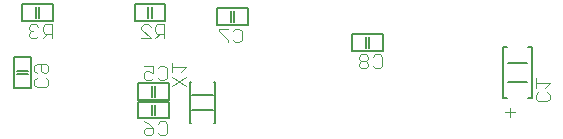
<source format=gbo>
G75*
%MOIN*%
%OFA0B0*%
%FSLAX24Y24*%
%IPPOS*%
%LPD*%
%AMOC8*
5,1,8,0,0,1.08239X$1,22.5*
%
%ADD10C,0.0050*%
%ADD11C,0.0040*%
D10*
X003904Y002668D02*
X004456Y002668D01*
X004456Y003692D01*
X003904Y003692D01*
X003904Y002668D01*
X004003Y003121D02*
X004357Y003121D01*
X004357Y003239D02*
X004003Y003239D01*
X008043Y002831D02*
X008043Y002279D01*
X009067Y002279D01*
X009067Y002831D01*
X008043Y002831D01*
X008496Y002732D02*
X008496Y002378D01*
X008614Y002378D02*
X008614Y002732D01*
X009767Y002849D02*
X009767Y001511D01*
X009786Y001511D01*
X009067Y001654D02*
X009067Y002206D01*
X008043Y002206D01*
X008043Y001654D01*
X009067Y001654D01*
X008614Y001753D02*
X008614Y002107D01*
X008496Y002107D02*
X008496Y001753D01*
X009845Y001924D02*
X010534Y001924D01*
X010574Y001511D02*
X010593Y001511D01*
X010593Y002849D01*
X010574Y002849D01*
X009786Y002849D02*
X009767Y002849D01*
X009845Y002436D02*
X010515Y002436D01*
X015168Y003904D02*
X015168Y004456D01*
X016192Y004456D01*
X016192Y003904D01*
X015168Y003904D01*
X015621Y004003D02*
X015621Y004357D01*
X015739Y004357D02*
X015739Y004003D01*
X011692Y004779D02*
X011692Y005331D01*
X010668Y005331D01*
X010668Y004779D01*
X011692Y004779D01*
X011239Y004878D02*
X011239Y005232D01*
X011121Y005232D02*
X011121Y004878D01*
X008942Y004904D02*
X008942Y005456D01*
X007918Y005456D01*
X007918Y004904D01*
X008942Y004904D01*
X008489Y005003D02*
X008489Y005357D01*
X008371Y005357D02*
X008371Y005003D01*
X005192Y004904D02*
X005192Y005456D01*
X004168Y005456D01*
X004168Y004904D01*
X005192Y004904D01*
X004739Y005003D02*
X004739Y005357D01*
X004621Y005357D02*
X004621Y005003D01*
X020208Y004046D02*
X020208Y002314D01*
X020326Y002314D01*
X021034Y002314D02*
X021152Y002314D01*
X021152Y004046D01*
X021034Y004046D01*
X020326Y004046D02*
X020208Y004046D01*
X020365Y003495D02*
X020995Y003495D01*
X020995Y002865D02*
X020365Y002865D01*
D11*
X021291Y002830D02*
X021751Y002830D01*
X021597Y002676D01*
X021291Y002676D02*
X021291Y002983D01*
X021367Y002523D02*
X021291Y002446D01*
X021291Y002292D01*
X021367Y002216D01*
X021674Y002216D01*
X021751Y002292D01*
X021751Y002446D01*
X021674Y002523D01*
X020430Y002007D02*
X020430Y001700D01*
X020277Y001853D02*
X020584Y001853D01*
X016160Y003402D02*
X016083Y003325D01*
X015930Y003325D01*
X015853Y003402D01*
X015700Y003402D02*
X015623Y003325D01*
X015469Y003325D01*
X015393Y003402D01*
X015393Y003478D01*
X015469Y003555D01*
X015623Y003555D01*
X015700Y003632D01*
X015700Y003709D01*
X015623Y003785D01*
X015469Y003785D01*
X015393Y003709D01*
X015393Y003632D01*
X015469Y003555D01*
X015623Y003555D02*
X015700Y003478D01*
X015700Y003402D01*
X016160Y003402D02*
X016160Y003709D01*
X016083Y003785D01*
X015930Y003785D01*
X015853Y003709D01*
X011490Y004258D02*
X011414Y004181D01*
X011260Y004181D01*
X011183Y004258D01*
X011030Y004258D02*
X011030Y004181D01*
X011030Y004258D02*
X010723Y004565D01*
X010723Y004642D01*
X011030Y004642D01*
X011183Y004565D02*
X011260Y004642D01*
X011414Y004642D01*
X011490Y004565D01*
X011490Y004258D01*
X009166Y003502D02*
X009166Y003195D01*
X009166Y003348D02*
X009626Y003348D01*
X009472Y003195D01*
X008990Y003315D02*
X008990Y003008D01*
X008914Y002931D01*
X008760Y002931D01*
X008683Y003008D01*
X008530Y003008D02*
X008453Y002931D01*
X008300Y002931D01*
X008223Y003008D01*
X008223Y003161D01*
X008300Y003238D01*
X008376Y003238D01*
X008530Y003161D01*
X008530Y003392D01*
X008223Y003392D01*
X008683Y003315D02*
X008760Y003392D01*
X008914Y003392D01*
X008990Y003315D01*
X009166Y003041D02*
X009626Y002734D01*
X009626Y003041D02*
X009166Y002734D01*
X008924Y001554D02*
X008770Y001554D01*
X008694Y001477D01*
X008540Y001324D02*
X008387Y001477D01*
X008233Y001554D01*
X008310Y001324D02*
X008540Y001324D01*
X008540Y001170D01*
X008463Y001094D01*
X008310Y001094D01*
X008233Y001170D01*
X008233Y001247D01*
X008310Y001324D01*
X008694Y001170D02*
X008770Y001094D01*
X008924Y001094D01*
X009001Y001170D01*
X009001Y001477D01*
X008924Y001554D01*
X005035Y002777D02*
X004959Y002700D01*
X004652Y002700D01*
X004575Y002777D01*
X004575Y002930D01*
X004652Y003007D01*
X004652Y003160D02*
X004575Y003237D01*
X004575Y003391D01*
X004652Y003467D01*
X004959Y003467D01*
X005035Y003391D01*
X005035Y003237D01*
X004959Y003160D01*
X004882Y003160D01*
X004805Y003237D01*
X004805Y003467D01*
X004959Y003007D02*
X005035Y002930D01*
X005035Y002777D01*
X005160Y004325D02*
X005160Y004785D01*
X004930Y004785D01*
X004853Y004709D01*
X004853Y004555D01*
X004930Y004478D01*
X005160Y004478D01*
X005007Y004478D02*
X004853Y004325D01*
X004700Y004402D02*
X004623Y004325D01*
X004469Y004325D01*
X004393Y004402D01*
X004393Y004478D01*
X004469Y004555D01*
X004546Y004555D01*
X004469Y004555D02*
X004393Y004632D01*
X004393Y004709D01*
X004469Y004785D01*
X004623Y004785D01*
X004700Y004709D01*
X008143Y004709D02*
X008219Y004785D01*
X008373Y004785D01*
X008450Y004709D01*
X008603Y004709D02*
X008603Y004555D01*
X008680Y004478D01*
X008910Y004478D01*
X008910Y004325D02*
X008910Y004785D01*
X008680Y004785D01*
X008603Y004709D01*
X008450Y004325D02*
X008143Y004632D01*
X008143Y004709D01*
X008603Y004325D02*
X008757Y004478D01*
X008450Y004325D02*
X008143Y004325D01*
M02*

</source>
